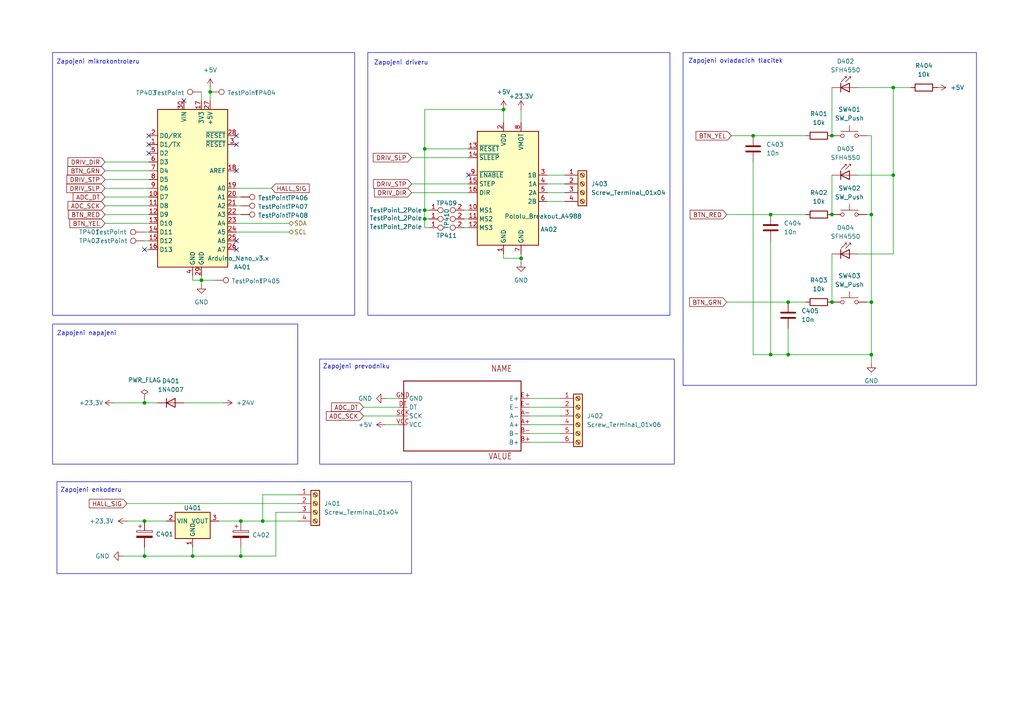
<source format=kicad_sch>
(kicad_sch (version 20231120) (generator "eeschema") (generator_version "8.0")
  (paper "A4")
  (lib_symbols
    (symbol "Connector:Screw_Terminal_01x04" (pin_names (offset 1.016) hide)
      (property "Reference" "J" (at 0 5.08 0))
      (property "Value" "Screw_Terminal_01x04" (at 0 -7.62 0))
      (symbol "Screw_Terminal_01x04_1_1"
        (rectangle (start -1.27 3.81) (end 1.27 -6.35) (stroke (width 0.254)) (fill (type background)))
        (circle (center 0 -5.08) (radius 0.635) (stroke (width 0.1524)))
        (circle (center 0 -2.54) (radius 0.635) (stroke (width 0.1524)))
        (polyline (pts (xy -0.5334 -4.7498) (xy 0.3302 -5.588)) (stroke (width 0.1524)))
        (polyline (pts (xy -0.5334 -2.2098) (xy 0.3302 -3.048)) (stroke (width 0.1524)))
        (polyline (pts (xy -0.5334 0.3302) (xy 0.3302 -0.508)) (stroke (width 0.1524)))
        (polyline (pts (xy -0.5334 2.8702) (xy 0.3302 2.032)) (stroke (width 0.1524)))
        (polyline (pts (xy -0.3556 -4.572) (xy 0.508 -5.4102)) (stroke (width 0.1524)))
        (polyline (pts (xy -0.3556 -2.032) (xy 0.508 -2.8702)) (stroke (width 0.1524)))
        (polyline (pts (xy -0.3556 0.508) (xy 0.508 -0.3302)) (stroke (width 0.1524)))
        (polyline (pts (xy -0.3556 3.048) (xy 0.508 2.2098)) (stroke (width 0.1524)))
        (circle (center 0 0) (radius 0.635) (stroke (width 0.1524)))
        (circle (center 0 2.54) (radius 0.635) (stroke (width 0.1524)))
        (pin passive line (at -5.08 2.54 0) (length 3.81) (name "Pin_1") (number "1"))
        (pin passive line (at -5.08 0 0) (length 3.81) (name "Pin_2") (number "2"))
        (pin passive line (at -5.08 -2.54 0) (length 3.81) (name "Pin_3") (number "3"))
        (pin passive line (at -5.08 -5.08 0) (length 3.81) (name "Pin_4") (number "4"))
      )
    )
    (symbol "Connector:Screw_Terminal_01x06" (pin_names (offset 1.016) hide)
      (property "Reference" "J" (at 0 7.62 0))
      (property "Value" "Screw_Terminal_01x06" (at 0 -10.16 0))
      (symbol "Screw_Terminal_01x06_1_1"
        (rectangle (start -1.27 6.35) (end 1.27 -8.89) (stroke (width 0.254)) (fill (type background)))
        (circle (center 0 -7.62) (radius 0.635) (stroke (width 0.1524)))
        (circle (center 0 -5.08) (radius 0.635) (stroke (width 0.1524)))
        (circle (center 0 -2.54) (radius 0.635) (stroke (width 0.1524)))
        (polyline (pts (xy -0.5334 -7.2898) (xy 0.3302 -8.128)) (stroke (width 0.1524)))
        (polyline (pts (xy -0.5334 -4.7498) (xy 0.3302 -5.588)) (stroke (width 0.1524)))
        (polyline (pts (xy -0.5334 -2.2098) (xy 0.3302 -3.048)) (stroke (width 0.1524)))
        (polyline (pts (xy -0.5334 0.3302) (xy 0.3302 -0.508)) (stroke (width 0.1524)))
        (polyline (pts (xy -0.5334 2.8702) (xy 0.3302 2.032)) (stroke (width 0.1524)))
        (polyline (pts (xy -0.5334 5.4102) (xy 0.3302 4.572)) (stroke (width 0.1524)))
        (polyline (pts (xy -0.3556 -7.112) (xy 0.508 -7.9502)) (stroke (width 0.1524)))
        (polyline (pts (xy -0.3556 -4.572) (xy 0.508 -5.4102)) (stroke (width 0.1524)))
        (polyline (pts (xy -0.3556 -2.032) (xy 0.508 -2.8702)) (stroke (width 0.1524)))
        (polyline (pts (xy -0.3556 0.508) (xy 0.508 -0.3302)) (stroke (width 0.1524)))
        (polyline (pts (xy -0.3556 3.048) (xy 0.508 2.2098)) (stroke (width 0.1524)))
        (polyline (pts (xy -0.3556 5.588) (xy 0.508 4.7498)) (stroke (width 0.1524)))
        (circle (center 0 0) (radius 0.635) (stroke (width 0.1524)))
        (circle (center 0 2.54) (radius 0.635) (stroke (width 0.1524)))
        (circle (center 0 5.08) (radius 0.635) (stroke (width 0.1524)))
        (pin passive line (at -5.08 5.08 0) (length 3.81) (name "Pin_1") (number "1"))
        (pin passive line (at -5.08 2.54 0) (length 3.81) (name "Pin_2") (number "2"))
        (pin passive line (at -5.08 0 0) (length 3.81) (name "Pin_3") (number "3"))
        (pin passive line (at -5.08 -2.54 0) (length 3.81) (name "Pin_4") (number "4"))
        (pin passive line (at -5.08 -5.08 0) (length 3.81) (name "Pin_5") (number "5"))
        (pin passive line (at -5.08 -7.62 0) (length 3.81) (name "Pin_6") (number "6"))
      )
    )
    (symbol "Connector:TestPoint" (pin_numbers hide) (pin_names (offset 0.762) hide)
      (property "Reference" "TP" (at 0 6.858 0))
      (property "Value" "TestPoint" (at 0 5.08 0))
      (symbol "TestPoint_0_1"
        (circle (center 0 3.302) (radius 0.762))
      )
      (symbol "TestPoint_1_1"
        (pin passive line (at 0 0 90) (length 2.54) (name "1") (number "1"))
      )
    )
    (symbol "Connector:TestPoint_2Pole" (pin_names (offset 0.762) hide)
      (property "Reference" "TP" (at 0 1.524 0))
      (property "Value" "TestPoint_2Pole" (at 0 -1.778 0))
      (symbol "TestPoint_2Pole_0_1"
        (circle (center -1.778 0) (radius 0.762))
        (circle (center 1.778 0) (radius 0.762))
        (pin passive line (at -5.08 0 0) (length 2.54) (name "1") (number "1"))
        (pin passive line (at 5.08 0 180) (length 2.54) (name "2") (number "2"))
      )
    )
    (symbol "Device:C" (pin_numbers hide) (pin_names (offset 0.254))
      (property "Reference" "C" (at 0.635 2.54 0))
      (property "Value" "C" (at 0.635 -2.54 0))
      (symbol "C_0_1"
        (polyline (pts (xy -2.032 -0.762) (xy 2.032 -0.762)) (stroke (width 0.508)))
        (polyline (pts (xy -2.032 0.762) (xy 2.032 0.762)) (stroke (width 0.508)))
      )
      (symbol "C_1_1"
        (pin passive line (at 0 3.81 270) (length 2.794) (name "~") (number "1"))
        (pin passive line (at 0 -3.81 90) (length 2.794) (name "~") (number "2"))
      )
    )
    (symbol "Device:C_Polarized" (pin_numbers hide) (pin_names (offset 0.254))
      (property "Reference" "C" (at 0.635 2.54 0))
      (property "Value" "C_Polarized" (at 0.635 -2.54 0))
      (symbol "C_Polarized_0_1"
        (rectangle (start -2.286 0.508) (end 2.286 1.016))
        (polyline (pts (xy -1.778 2.286) (xy -0.762 2.286)))
        (polyline (pts (xy -1.27 2.794) (xy -1.27 1.778)))
        (rectangle (start 2.286 -0.508) (end -2.286 -1.016) (fill (type outline)))
      )
      (symbol "C_Polarized_1_1"
        (pin passive line (at 0 3.81 270) (length 2.794) (name "~") (number "1"))
        (pin passive line (at 0 -3.81 90) (length 2.794) (name "~") (number "2"))
      )
    )
    (symbol "Device:R" (pin_numbers hide) (pin_names (offset 0))
      (property "Reference" "R" (at 2.032 0 90))
      (property "Value" "R" (at 0 0 90))
      (symbol "R_0_1"
        (rectangle (start -1.016 -2.54) (end 1.016 2.54) (stroke (width 0.254)))
      )
      (symbol "R_1_1"
        (pin passive line (at 0 3.81 270) (length 1.27) (name "~") (number "1"))
        (pin passive line (at 0 -3.81 90) (length 1.27) (name "~") (number "2"))
      )
    )
    (symbol "Diode:1N4007" (pin_numbers hide) (pin_names hide)
      (property "Reference" "D" (at 0 2.54 0))
      (property "Value" "1N4007" (at 0 -2.54 0))
      (symbol "1N4007_0_1"
        (polyline (pts (xy -1.27 1.27) (xy -1.27 -1.27)) (stroke (width 0.254)))
        (polyline (pts (xy 1.27 0) (xy -1.27 0)))
        (polyline (pts (xy 1.27 1.27) (xy 1.27 -1.27) (xy -1.27 0) (xy 1.27 1.27)) (stroke (width 0.254)))
      )
      (symbol "1N4007_1_1"
        (pin passive line (at -3.81 0 0) (length 2.54) (name "K") (number "1"))
        (pin passive line (at 3.81 0 180) (length 2.54) (name "A") (number "2"))
      )
    )
    (symbol "Driver_Motor:Pololu_Breakout_A4988"
      (property "Reference" "A" (at -2.54 19.05 0))
      (property "Value" "Pololu_Breakout_A4988" (at -2.54 16.51 0))
      (symbol "Pololu_Breakout_A4988_0_1"
        (rectangle (start 10.16 -17.78) (end -7.62 15.24) (stroke (width 0.254)) (fill (type background)))
      )
      (symbol "Pololu_Breakout_A4988_1_1"
        (pin power_in line (at 0 -20.32 90) (length 2.54) (name "GND") (number "1"))
        (pin input line (at -10.16 -7.62 0) (length 2.54) (name "MS1") (number "10"))
        (pin input line (at -10.16 -10.16 0) (length 2.54) (name "MS2") (number "11"))
        (pin input line (at -10.16 -12.7 0) (length 2.54) (name "MS3") (number "12"))
        (pin input line (at -10.16 10.16 0) (length 2.54) (name "~{RESET}") (number "13"))
        (pin input line (at -10.16 7.62 0) (length 2.54) (name "~{SLEEP}") (number "14"))
        (pin input line (at -10.16 0 0) (length 2.54) (name "STEP") (number "15"))
        (pin input line (at -10.16 -2.54 0) (length 2.54) (name "DIR") (number "16"))
        (pin power_in line (at 0 17.78 270) (length 2.54) (name "VDD") (number "2"))
        (pin output line (at 12.7 2.54 180) (length 2.54) (name "1B") (number "3"))
        (pin output line (at 12.7 0 180) (length 2.54) (name "1A") (number "4"))
        (pin output line (at 12.7 -2.54 180) (length 2.54) (name "2A") (number "5"))
        (pin output line (at 12.7 -5.08 180) (length 2.54) (name "2B") (number "6"))
        (pin power_in line (at 5.08 -20.32 90) (length 2.54) (name "GND") (number "7"))
        (pin power_in line (at 5.08 17.78 270) (length 2.54) (name "VMOT") (number "8"))
        (pin input line (at -10.16 2.54 0) (length 2.54) (name "~{ENABLE}") (number "9"))
      )
    )
    (symbol "HX711:HX711A"
      (symbol "HX711A_1_0"
        (polyline (pts (xy 0 0) (xy 0 20.3)) (stroke (width 0.254)))
        (polyline (pts (xy 0 20.3) (xy 34.05 20.3)) (stroke (width 0.254)))
        (polyline (pts (xy 34.05 0) (xy 0 0)) (stroke (width 0.254)))
        (polyline (pts (xy 34.05 20.3) (xy 34.05 0)) (stroke (width 0.254)))
        (text "NAME" (at 2.54 22.86 0) (effects (font (size 1.778 1.5113)) (justify left bottom)))
        (text "VALUE" (at 2.54 -2.54 0) (effects (font (size 1.778 1.5113)) (justify left bottom)))
        (pin bidirectional line (at -2.54 7.62 0) (length 2.54) (name "A+") (number "A+"))
        (pin bidirectional line (at -2.54 10.16 0) (length 2.54) (name "A-") (number "A-"))
        (pin bidirectional line (at -2.54 2.54 0) (length 2.54) (name "B+") (number "B+"))
        (pin bidirectional line (at -2.54 5.08 0) (length 2.54) (name "B-") (number "B-"))
        (pin bidirectional line (at 35.56 12.7 180) (length 2.54) (name "DT") (number "DT"))
        (pin bidirectional line (at -2.54 15.24 0) (length 2.54) (name "E+") (number "E+"))
        (pin bidirectional line (at -2.54 12.7 0) (length 2.54) (name "E-") (number "E-"))
        (pin bidirectional line (at 35.56 15.24 180) (length 2.54) (name "GND") (number "GND"))
        (pin bidirectional line (at 35.56 10.16 180) (length 2.54) (name "SCK") (number "SCK"))
        (pin bidirectional line (at 35.56 7.62 180) (length 2.54) (name "VCC") (number "VCC"))
      )
    )
    (symbol "LED:SFH4550" (pin_numbers hide) (pin_names (offset 1.016) hide)
      (property "Reference" "D" (at 0.508 1.778 0))
      (property "Value" "SFH4550" (at -1.016 -2.794 0))
      (symbol "SFH4550_0_1"
        (polyline (pts (xy -2.54 1.27) (xy -2.54 -1.27)) (stroke (width 0.254)))
        (polyline (pts (xy 0 0) (xy -2.54 0)))
        (polyline (pts (xy 0.381 3.175) (xy -0.127 3.175)))
        (polyline (pts (xy -1.143 1.651) (xy 0.381 3.175) (xy 0.381 2.667)))
        (polyline (pts (xy 0 -1.27) (xy -2.54 0) (xy 0 1.27) (xy 0 -1.27)) (stroke (width 0.254)))
        (polyline (pts (xy -2.413 1.651) (xy -0.889 3.175) (xy -0.889 2.667) (xy -0.889 3.175) (xy -1.397 3.175)))
      )
      (symbol "SFH4550_1_1"
        (pin passive line (at -5.08 0 0) (length 2.54) (name "K") (number "1"))
        (pin passive line (at 2.54 0 180) (length 2.54) (name "A") (number "2"))
      )
    )
    (symbol "Regulator_Linear:HT75xx-1-SOT89"
      (property "Reference" "U" (at -5.08 -3.81 0))
      (property "Value" "HT75xx-1-SOT89" (at 0 6.35 0))
      (symbol "HT75xx-1-SOT89_0_1"
        (rectangle (start -5.08 5.08) (end 5.08 -2.54) (stroke (width 0.254)) (fill (type background)))
      )
      (symbol "HT75xx-1-SOT89_1_1"
        (pin power_in line (at 0 -5.08 90) (length 2.54) (name "GND") (number "1"))
        (pin power_in line (at -7.62 2.54 0) (length 2.54) (name "VIN") (number "2"))
        (pin power_out line (at 7.62 2.54 180) (length 2.54) (name "VOUT") (number "3"))
      )
    )
    (symbol "Switch:SW_Push" (pin_numbers hide) (pin_names (offset 1.016) hide)
      (property "Reference" "SW" (at 1.27 2.54 0))
      (property "Value" "SW_Push" (at 0 -1.524 0))
      (symbol "SW_Push_0_1"
        (circle (center -2.032 0) (radius 0.508))
        (polyline (pts (xy 0 1.27) (xy 0 3.048)))
        (polyline (pts (xy 2.54 1.27) (xy -2.54 1.27)))
        (circle (center 2.032 0) (radius 0.508))
        (pin passive line (at -5.08 0 0) (length 2.54) (name "1") (number "1"))
        (pin passive line (at 5.08 0 180) (length 2.54) (name "2") (number "2"))
      )
    )
    (symbol "drill_arduinoNanoEdit:arduinoNanoEdit"
      (property "Reference" "A1" (at 4.7341 -25.4 0))
      (property "Value" "arduinoNanoEdit" (at 4.7341 -27.94 0))
      (symbol "arduinoNanoEdit_0_1"
        (rectangle (start -10.16 22.86) (end 10.16 -22.86) (stroke (width 0.254)) (fill (type background)))
      )
      (symbol "arduinoNanoEdit_1_1"
        (pin bidirectional line (at -12.7 12.7 0) (length 2.54) (name "D1/TX") (number "1"))
        (pin bidirectional line (at -12.7 -2.54 0) (length 2.54) (name "D7") (number "10"))
        (pin bidirectional line (at -12.7 -5.08 0) (length 2.54) (name "D8") (number "11"))
        (pin bidirectional line (at -12.7 -7.62 0) (length 2.54) (name "D9") (number "12"))
        (pin bidirectional line (at -12.7 -10.16 0) (length 2.54) (name "D10") (number "13"))
        (pin bidirectional line (at -12.7 -12.7 0) (length 2.54) (name "D11") (number "14"))
        (pin bidirectional line (at -12.7 -15.24 0) (length 2.54) (name "D12") (number "15"))
        (pin bidirectional line (at -12.7 -17.78 0) (length 2.54) (name "D13") (number "16"))
        (pin power_out line (at 2.54 25.4 270) (length 2.54) (name "3V3") (number "17"))
        (pin input line (at 12.7 5.08 180) (length 2.54) (name "AREF") (number "18"))
        (pin bidirectional line (at 12.7 0 180) (length 2.54) (name "A0") (number "19"))
        (pin bidirectional line (at -12.7 15.24 0) (length 2.54) (name "D0/RX") (number "2"))
        (pin bidirectional line (at 12.7 -2.54 180) (length 2.54) (name "A1") (number "20"))
        (pin bidirectional line (at 12.7 -5.08 180) (length 2.54) (name "A2") (number "21"))
        (pin bidirectional line (at 12.7 -7.62 180) (length 2.54) (name "A3") (number "22"))
        (pin bidirectional line (at 12.7 -10.16 180) (length 2.54) (name "A4") (number "23"))
        (pin bidirectional line (at 12.7 -12.7 180) (length 2.54) (name "A5") (number "24"))
        (pin bidirectional line (at 12.7 -15.24 180) (length 2.54) (name "A6") (number "25"))
        (pin bidirectional line (at 12.7 -17.78 180) (length 2.54) (name "A7") (number "26"))
        (pin power_in line (at 5.08 25.4 270) (length 2.54) (name "+5V") (number "27"))
        (pin input line (at 12.7 15.24 180) (length 2.54) (name "~{RESET}") (number "28"))
        (pin power_in line (at 2.54 -25.4 90) (length 2.54) (name "GND") (number "29"))
        (pin input line (at 12.7 12.7 180) (length 2.54) (name "~{RESET}") (number "3"))
        (pin power_in line (at -2.54 25.4 270) (length 2.54) (name "VIN") (number "30"))
        (pin power_in line (at 0 -25.4 90) (length 2.54) (name "GND") (number "4"))
        (pin bidirectional line (at -12.7 10.16 0) (length 2.54) (name "D2") (number "5"))
        (pin bidirectional line (at -12.7 7.62 0) (length 2.54) (name "D3") (number "6"))
        (pin bidirectional line (at -12.7 5.08 0) (length 2.54) (name "D4") (number "7"))
        (pin bidirectional line (at -12.7 2.54 0) (length 2.54) (name "D5") (number "8"))
        (pin bidirectional line (at -12.7 0 0) (length 2.54) (name "D6") (number "9"))
      )
    )
    (symbol "power:+3.3V" (power) (pin_numbers hide) (pin_names (offset 0) hide)
      (property "Value" "+3.3V" (at 0 3.556 0))
      (symbol "+3.3V_0_1"
        (polyline (pts (xy -0.762 1.27) (xy 0 2.54)))
        (polyline (pts (xy 0 0) (xy 0 2.54)))
        (polyline (pts (xy 0 2.54) (xy 0.762 1.27)))
      )
      (symbol "+3.3V_1_1"
        (pin power_in line (at 0 0 90) (length 0) (name "~") (number "1"))
      )
    )
    (symbol "power:+5V" (power) (pin_numbers hide) (pin_names (offset 0) hide)
      (property "Value" "+5V" (at 0 3.556 0))
      (symbol "+5V_0_1"
        (polyline (pts (xy -0.762 1.27) (xy 0 2.54)))
        (polyline (pts (xy 0 0) (xy 0 2.54)))
        (polyline (pts (xy 0 2.54) (xy 0.762 1.27)))
      )
      (symbol "+5V_1_1"
        (pin power_in line (at 0 0 90) (length 0) (name "~") (number "1"))
      )
    )
    (symbol "power:GND" (power) (pin_numbers hide) (pin_names (offset 0) hide)
      (property "Value" "GND" (at 0 -3.81 0))
      (symbol "GND_0_1"
        (polyline (pts (xy 0 0) (xy 0 -1.27) (xy 1.27 -1.27) (xy 0 -2.54) (xy -1.27 -1.27) (xy 0 -1.27)))
      )
      (symbol "GND_1_1"
        (pin power_in line (at 0 0 270) (length 0) (name "~") (number "1"))
      )
    )
    (symbol "power:PWR_FLAG" (power) (pin_numbers hide) (pin_names (offset 0) hide)
      (property "Value" "PWR_FLAG" (at 0 3.81 0))
      (symbol "PWR_FLAG_0_0"
        (pin power_out line (at 0 0 90) (length 0) (name "~") (number "1"))
      )
      (symbol "PWR_FLAG_0_1"
        (polyline (pts (xy 0 0) (xy 0 1.27) (xy -1.016 1.905) (xy 0 2.54) (xy 1.016 1.905) (xy 0 1.27)))
      )
    )
  )
  (junction (at 223.52 62.23))
  (junction (at 218.44 39.37))
  (junction (at 55.88 161.29))
  (junction (at 58.42 81.28))
  (junction (at 69.85 151.13))
  (junction (at 223.52 102.87))
  (junction (at 252.73 87.63))
  (junction (at 123.19 43.18))
  (junction (at 41.91 116.84))
  (junction (at 252.73 62.23))
  (junction (at 259.08 25.4))
  (junction (at 241.3 62.23))
  (junction (at 228.6 102.87))
  (junction (at 146.05 31.75))
  (junction (at 259.08 50.8))
  (junction (at 41.91 151.13))
  (junction (at 69.85 161.29))
  (junction (at 151.13 74.93))
  (junction (at 60.96 26.67))
  (junction (at 228.6 87.63))
  (junction (at 241.3 39.37))
  (junction (at 41.91 161.29))
  (junction (at 76.2 151.13))
  (junction (at 123.19 60.96))
  (junction (at 123.19 63.5))
  (junction (at 241.3 87.63))
  (junction (at 252.73 102.87))
  (no_connect (at 43.18 44.45))
  (no_connect (at 68.58 49.53))
  (no_connect (at 68.58 39.37))
  (no_connect (at 41.91 72.39))
  (no_connect (at 135.89 50.8))
  (no_connect (at 43.18 41.91))
  (no_connect (at 68.58 41.91))
  (no_connect (at 68.58 72.39))
  (no_connect (at 68.58 69.85))
  (no_connect (at 43.18 39.37))
  (no_connect (at 53.34 29.21))
  (wire (pts (xy 218.44 46.99) (xy 218.44 102.87)))
  (wire (pts (xy 30.48 54.61) (xy 43.18 54.61)))
  (wire (pts (xy 228.6 102.87) (xy 223.52 102.87)))
  (wire (pts (xy 123.19 60.96) (xy 123.19 63.5)))
  (wire (pts (xy 69.85 161.29) (xy 55.88 161.29)))
  (wire (pts (xy 123.19 43.18) (xy 123.19 60.96)))
  (wire (pts (xy 162.56 125.73) (xy 153.67 125.73)))
  (wire (pts (xy 241.3 62.23) (xy 241.3 50.8)))
  (wire (pts (xy 55.88 80.01) (xy 55.88 81.28)))
  (wire (pts (xy 41.91 158.75) (xy 41.91 161.29)))
  (wire (pts (xy 119.38 55.88) (xy 135.89 55.88)))
  (wire (pts (xy 30.48 52.07) (xy 43.18 52.07)))
  (wire (pts (xy 162.56 118.11) (xy 153.67 118.11)))
  (wire (pts (xy 30.48 46.99) (xy 43.18 46.99)))
  (wire (pts (xy 124.46 60.96) (xy 123.19 60.96)))
  (wire (pts (xy 41.91 151.13) (xy 48.26 151.13)))
  (wire (pts (xy 68.58 57.15) (xy 69.85 57.15)))
  (wire (pts (xy 151.13 31.75) (xy 151.13 35.56)))
  (wire (pts (xy 162.56 115.57) (xy 153.67 115.57)))
  (wire (pts (xy 123.19 31.75) (xy 146.05 31.75)))
  (wire (pts (xy 30.48 49.53) (xy 43.18 49.53)))
  (wire (pts (xy 223.52 62.23) (xy 233.68 62.23)))
  (wire (pts (xy 228.6 95.25) (xy 228.6 102.87)))
  (wire (pts (xy 259.08 25.4) (xy 259.08 50.8)))
  (wire (pts (xy 162.56 123.19) (xy 153.67 123.19)))
  (wire (pts (xy 115.57 123.19) (xy 111.76 123.19)))
  (wire (pts (xy 119.38 53.34) (xy 135.89 53.34)))
  (wire (pts (xy 41.91 69.85) (xy 43.18 69.85)))
  (wire (pts (xy 252.73 87.63) (xy 252.73 102.87)))
  (wire (pts (xy 69.85 151.13) (xy 76.2 151.13)))
  (wire (pts (xy 36.83 151.13) (xy 41.91 151.13)))
  (wire (pts (xy 68.58 67.31) (xy 83.82 67.31)))
  (wire (pts (xy 123.19 31.75) (xy 123.19 43.18)))
  (wire (pts (xy 233.68 87.63) (xy 228.6 87.63)))
  (wire (pts (xy 259.08 25.4) (xy 264.16 25.4)))
  (wire (pts (xy 53.34 116.84) (xy 64.77 116.84)))
  (wire (pts (xy 58.42 26.67) (xy 58.42 29.21)))
  (wire (pts (xy 105.41 120.65) (xy 115.57 120.65)))
  (wire (pts (xy 259.08 50.8) (xy 259.08 73.66)))
  (wire (pts (xy 76.2 143.51) (xy 76.2 151.13)))
  (wire (pts (xy 252.73 87.63) (xy 251.46 87.63)))
  (wire (pts (xy 68.58 59.69) (xy 69.85 59.69)))
  (wire (pts (xy 119.38 45.72) (xy 135.89 45.72)))
  (wire (pts (xy 33.02 116.84) (xy 41.91 116.84)))
  (wire (pts (xy 111.76 115.57) (xy 115.57 115.57)))
  (wire (pts (xy 86.36 143.51) (xy 76.2 143.51)))
  (wire (pts (xy 146.05 31.75) (xy 146.05 35.56)))
  (wire (pts (xy 69.85 158.75) (xy 69.85 161.29)))
  (wire (pts (xy 123.19 43.18) (xy 135.89 43.18)))
  (wire (pts (xy 63.5 151.13) (xy 69.85 151.13)))
  (wire (pts (xy 158.75 53.34) (xy 163.83 53.34)))
  (wire (pts (xy 151.13 73.66) (xy 151.13 74.93)))
  (wire (pts (xy 252.73 62.23) (xy 251.46 62.23)))
  (wire (pts (xy 248.92 25.4) (xy 259.08 25.4)))
  (wire (pts (xy 69.85 161.29) (xy 80.01 161.29)))
  (wire (pts (xy 86.36 148.59) (xy 80.01 148.59)))
  (wire (pts (xy 105.41 118.11) (xy 115.57 118.11)))
  (wire (pts (xy 210.82 62.23) (xy 223.52 62.23)))
  (wire (pts (xy 60.96 25.4) (xy 60.96 26.67)))
  (wire (pts (xy 58.42 81.28) (xy 58.42 80.01)))
  (wire (pts (xy 248.92 50.8) (xy 259.08 50.8)))
  (wire (pts (xy 162.56 128.27) (xy 153.67 128.27)))
  (wire (pts (xy 241.3 25.4) (xy 241.3 39.37)))
  (wire (pts (xy 218.44 39.37) (xy 233.68 39.37)))
  (wire (pts (xy 210.82 87.63) (xy 228.6 87.63)))
  (wire (pts (xy 212.09 39.37) (xy 218.44 39.37)))
  (wire (pts (xy 123.19 63.5) (xy 124.46 63.5)))
  (wire (pts (xy 241.3 87.63) (xy 241.3 73.66)))
  (wire (pts (xy 162.56 120.65) (xy 153.67 120.65)))
  (wire (pts (xy 55.88 161.29) (xy 55.88 158.75)))
  (wire (pts (xy 151.13 74.93) (xy 151.13 76.2)))
  (wire (pts (xy 124.46 66.04) (xy 123.19 66.04)))
  (wire (pts (xy 86.36 151.13) (xy 76.2 151.13)))
  (wire (pts (xy 158.75 55.88) (xy 163.83 55.88)))
  (wire (pts (xy 41.91 116.84) (xy 45.72 116.84)))
  (wire (pts (xy 248.92 73.66) (xy 259.08 73.66)))
  (wire (pts (xy 252.73 102.87) (xy 252.73 105.41)))
  (wire (pts (xy 135.89 66.04) (xy 134.62 66.04)))
  (wire (pts (xy 134.62 63.5) (xy 135.89 63.5)))
  (wire (pts (xy 252.73 39.37) (xy 251.46 39.37)))
  (wire (pts (xy 60.96 26.67) (xy 60.96 29.21)))
  (wire (pts (xy 158.75 50.8) (xy 163.83 50.8)))
  (wire (pts (xy 252.73 39.37) (xy 252.73 62.23)))
  (wire (pts (xy 223.52 102.87) (xy 218.44 102.87)))
  (wire (pts (xy 30.48 59.69) (xy 43.18 59.69)))
  (wire (pts (xy 146.05 73.66) (xy 146.05 74.93)))
  (wire (pts (xy 30.48 64.77) (xy 43.18 64.77)))
  (wire (pts (xy 86.36 146.05) (xy 36.83 146.05)))
  (wire (pts (xy 252.73 62.23) (xy 252.73 87.63)))
  (wire (pts (xy 223.52 69.85) (xy 223.52 102.87)))
  (wire (pts (xy 252.73 102.87) (xy 228.6 102.87)))
  (wire (pts (xy 80.01 161.29) (xy 80.01 148.59)))
  (wire (pts (xy 123.19 66.04) (xy 123.19 63.5)))
  (wire (pts (xy 158.75 58.42) (xy 163.83 58.42)))
  (wire (pts (xy 41.91 161.29) (xy 55.88 161.29)))
  (wire (pts (xy 41.91 72.39) (xy 43.18 72.39)))
  (wire (pts (xy 30.48 57.15) (xy 43.18 57.15)))
  (wire (pts (xy 68.58 62.23) (xy 69.85 62.23)))
  (wire (pts (xy 78.74 54.61) (xy 68.58 54.61)))
  (wire (pts (xy 41.91 67.31) (xy 43.18 67.31)))
  (wire (pts (xy 135.89 60.96) (xy 134.62 60.96)))
  (wire (pts (xy 55.88 81.28) (xy 58.42 81.28)))
  (wire (pts (xy 41.91 115.57) (xy 41.91 116.84)))
  (wire (pts (xy 83.82 64.77) (xy 68.58 64.77)))
  (wire (pts (xy 58.42 81.28) (xy 62.23 81.28)))
  (wire (pts (xy 35.56 161.29) (xy 41.91 161.29)))
  (wire (pts (xy 146.05 74.93) (xy 151.13 74.93)))
  (wire (pts (xy 58.42 81.28) (xy 58.42 82.55)))
  (wire (pts (xy 30.48 62.23) (xy 43.18 62.23)))
  (rectangle (start 15.24 93.98) (end 86.36 134.62))
  (rectangle (start 106.68 15.24) (end 194.31 91.44))
  (rectangle (start 198.12 15.24) (end 283.21 111.76))
  (rectangle (start 16.51 139.7) (end 119.38 166.37))
  (rectangle (start 15.24 15.24) (end 102.87 91.44))
  (rectangle (start 92.71 104.14) (end 195.58 134.62))
  (text "Zapojeni driveru" (at 116.332 18.288 0) (effects (font (size 1.27 1.27))))
  (text "Zapojeni enkoderu\n" (at 26.416 142.24 0) (effects (font (size 1.27 1.27))))
  (text "Zapojeni mikrokontroleru" (at 28.448 18.034 0) (effects (font (size 1.27 1.27))))
  (text "Zapojeni ovladacich tlacitek" (at 213.36 17.78 0) (effects (font (size 1.27 1.27))))
  (text "Zapojeni prevodniku\n" (at 103.378 106.426 0) (effects (font (size 1.27 1.27))))
  (text "Zapojeni napajeni" (at 25.146 96.774 0) (effects (font (size 1.27 1.27))))
  (global_label "BTN_YEL" (shape input) (at 212.09 39.37 180) (property "Intersheetrefs" "${INTERSHEET_REFS}" (effects (hide yes))))
  (global_label "BTN_RED" (shape input) (at 210.82 62.23 180) (property "Intersheetrefs" "${INTERSHEET_REFS}" (effects (hide yes))))
  (global_label "BTN_YEL" (shape input) (at 30.48 64.77 180) (property "Intersheetrefs" "${INTERSHEET_REFS}" (effects (hide yes))))
  (global_label "DRIV_SLP" (shape input) (at 119.38 45.72 180) (property "Intersheetrefs" "${INTERSHEET_REFS}" (effects (hide yes))))
  (global_label "DRIV_SLP" (shape input) (at 30.48 54.61 180) (property "Intersheetrefs" "${INTERSHEET_REFS}" (effects (hide yes))))
  (global_label "HALL_SIG" (shape input) (at 78.74 54.61 0) (property "Intersheetrefs" "${INTERSHEET_REFS}" (effects (hide yes))))
  (global_label "ADC_DT" (shape input) (at 105.41 118.11 180) (property "Intersheetrefs" "${INTERSHEET_REFS}" (effects (hide yes))))
  (global_label "DRIV_DIR" (shape input) (at 30.48 46.99 180) (property "Intersheetrefs" "${INTERSHEET_REFS}" (effects (hide yes))))
  (global_label "BTN_RED" (shape input) (at 30.48 62.23 180) (property "Intersheetrefs" "${INTERSHEET_REFS}" (effects (hide yes))))
  (global_label "BTN_GRN" (shape input) (at 210.82 87.63 180) (property "Intersheetrefs" "${INTERSHEET_REFS}" (effects (hide yes))))
  (global_label "DRIV_STP" (shape input) (at 119.38 53.34 180) (property "Intersheetrefs" "${INTERSHEET_REFS}" (effects (hide yes))))
  (global_label "ADC_DT" (shape input) (at 30.48 57.15 180) (property "Intersheetrefs" "${INTERSHEET_REFS}" (effects (hide yes))))
  (global_label "ADC_SCK" (shape input) (at 30.48 59.69 180) (property "Intersheetrefs" "${INTERSHEET_REFS}" (effects (hide yes))))
  (global_label "DRIV_STP" (shape input) (at 30.48 52.07 180) (property "Intersheetrefs" "${INTERSHEET_REFS}" (effects (hide yes))))
  (global_label "ADC_SCK" (shape input) (at 105.41 120.65 180) (property "Intersheetrefs" "${INTERSHEET_REFS}" (effects (hide yes))))
  (global_label "HALL_SIG" (shape input) (at 36.83 146.05 180) (property "Intersheetrefs" "${INTERSHEET_REFS}" (effects (hide yes))))
  (global_label "DRIV_DIR" (shape input) (at 119.38 55.88 180) (property "Intersheetrefs" "${INTERSHEET_REFS}" (effects (hide yes))))
  (global_label "BTN_GRN" (shape input) (at 30.48 49.53 180) (property "Intersheetrefs" "${INTERSHEET_REFS}" (effects (hide yes))))
  (hierarchical_label "SCL" (shape bidirectional) (at 83.82 67.31 0))
  (hierarchical_label "SDA" (shape bidirectional) (at 83.82 64.77 0))
  (symbol (lib_id "Device:R") (at 237.49 39.37 90) (unit 1)
    (property "Reference" "R401" (at 237.49 33.02 90))
    (property "Value" "10k" (at 237.49 35.56 90))
    (property "Footprint" "Resistor_THT:R_Axial_DIN0207_L6.3mm_D2.5mm_P10.16mm_Horizontal" (effects (hide yes)))
    (property "Description" "Resistor" (effects (hide yes)))
  )
  (symbol (lib_id "power:GND") (at 252.73 105.41 0) (unit 1)
    (property "Reference" "#PWR0412" (effects (hide yes)))
    (property "Value" "GND" (at 252.73 110.49 0))
    (property "Description" "Power symbol creates a global label with name \"GND\" , ground" (effects (hide yes)))
  )
  (symbol (lib_id "drill_arduinoNanoEdit:arduinoNanoEdit") (at 55.88 54.61 0) (unit 1)
    (property "Reference" "A401" (at 67.818 77.47 0) (effects (justify left)))
    (property "Value" "Arduino_Nano_v3.x" (at 60.198 74.93 0) (effects (justify left)))
    (property "Footprint" "Module:Arduino_Nano" (effects (hide yes)))
    (property "Datasheet" "http://www.mouser.com/pdfdocs/Gravitech_Arduino_Nano3_0.pdf" (effects (hide yes)))
    (property "Description" "Arduino Nano v3.x" (effects (hide yes)))
  )
  (symbol (lib_id "Device:C") (at 223.52 66.04 180) (unit 1)
    (property "Reference" "C404" (at 227.33 64.7699 0) (effects (justify right)))
    (property "Value" "10n" (at 227.33 67.3099 0) (effects (justify right)))
    (property "Footprint" "Capacitor_THT:C_Disc_D4.7mm_W2.5mm_P5.00mm" (effects (hide yes)))
    (property "Description" "Unpolarized capacitor" (effects (hide yes)))
  )
  (symbol (lib_id "Connector:TestPoint") (at 60.96 26.67 270) (mirror x) (unit 1)
    (property "Reference" "TP404" (at 76.962 26.924 90))
    (property "Value" "TestPoint" (at 70.358 26.924 90))
    (property "Footprint" "TestPoint:TestPoint_Pad_1.5x1.5mm" (effects (hide yes)))
    (property "Description" "test point" (effects (hide yes)))
  )
  (symbol (lib_id "Connector:TestPoint_2Pole") (at 129.54 63.5 0) (unit 1)
    (property "Reference" "TP410" (at 129.54 63.5 90))
    (property "Value" "TestPoint_2Pole" (at 114.808 63.246 0))
    (property "Footprint" "Capacitor_SMD:C_0504_1310Metric_Pad0.83x1.28mm_HandSolder" (effects (hide yes)))
    (property "Description" "2-polar test point" (effects (hide yes)))
  )
  (symbol (lib_id "LED:SFH4550") (at 246.38 25.4 0) (unit 1)
    (property "Reference" "D402" (at 245.237 17.78 0))
    (property "Value" "SFH4550" (at 245.237 20.32 0))
    (property "Footprint" "LED_THT:LED_D5.0mm_IRGrey" (effects (hide yes)))
    (property "Datasheet" "http://www.osram-os.com/Graphics/XPic3/00116140_0.pdf" (effects (hide yes)))
    (property "Description" "950nm High-Power IR-LED, 5mm" (effects (hide yes)))
  )
  (symbol (lib_id "power:+5V") (at 36.83 151.13 90) (unit 1)
    (property "Reference" "#PWR0403" (effects (hide yes)))
    (property "Value" "+23,3V" (at 33.02 151.1299 90) (effects (justify left)))
    (property "Description" "Power symbol creates a global label with name \"+5V\"" (effects (hide yes)))
  )
  (symbol (lib_id "power:+5V") (at 111.76 123.19 90) (unit 1)
    (property "Reference" "#PWR0408" (effects (hide yes)))
    (property "Value" "+5V" (at 107.95 123.1899 90) (effects (justify left)))
    (property "Description" "Power symbol creates a global label with name \"+5V\"" (effects (hide yes)))
  )
  (symbol (lib_id "Connector:TestPoint") (at 41.91 67.31 90) (unit 1)
    (property "Reference" "TP401" (at 25.908 67.31 90))
    (property "Value" "TestPoint" (at 32.258 67.31 90))
    (property "Footprint" "TestPoint:TestPoint_Pad_1.5x1.5mm" (effects (hide yes)))
    (property "Description" "test point" (effects (hide yes)))
  )
  (symbol (lib_id "Switch:SW_Push") (at 246.38 39.37 0) (unit 1)
    (property "Reference" "SW401" (at 246.38 31.75 0))
    (property "Value" "SW_Push" (at 246.38 34.29 0))
    (property "Footprint" "Button_Switch_THT:SW_PUSH_6mm" (effects (hide yes)))
    (property "Description" "Push button switch, generic, two pins" (effects (hide yes)))
  )
  (symbol (lib_id "power:+5V") (at 151.13 31.75 0) (unit 1)
    (property "Reference" "#PWR0410" (effects (hide yes)))
    (property "Value" "+23,3V" (at 151.13 27.94 0))
    (property "Description" "Power symbol creates a global label with name \"+5V\"" (effects (hide yes)))
  )
  (symbol (lib_id "Device:C") (at 228.6 91.44 180) (unit 1)
    (property "Reference" "C405" (at 232.41 90.1699 0) (effects (justify right)))
    (property "Value" "10n" (at 232.41 92.7099 0) (effects (justify right)))
    (property "Footprint" "Capacitor_THT:C_Disc_D4.7mm_W2.5mm_P5.00mm" (effects (hide yes)))
    (property "Description" "Unpolarized capacitor" (effects (hide yes)))
  )
  (symbol (lib_id "Driver_Motor:Pololu_Breakout_A4988") (at 146.05 53.34 0) (unit 1)
    (property "Reference" "A402" (at 156.718 66.548 0) (effects (justify left)))
    (property "Value" "Pololu_Breakout_A4988" (at 146.304 62.738 0) (effects (justify left)))
    (property "Footprint" "Module:Pololu_Breakout-16_15.2x20.3mm" (effects (hide yes)))
    (property "Datasheet" "https://www.pololu.com/product/2980/pictures" (effects (hide yes)))
    (property "Description" "Pololu Breakout Board, Stepper Driver A4988" (effects (hide yes)))
  )
  (symbol (lib_id "Diode:1N4007") (at 49.53 116.84 0) (unit 1)
    (property "Reference" "D401" (at 49.53 110.49 0))
    (property "Value" "1N4007" (at 49.53 113.03 0))
    (property "Footprint" "Diode_THT:D_DO-41_SOD81_P10.16mm_Horizontal" (effects (hide yes)))
    (property "Datasheet" "http://www.vishay.com/docs/88503/1n4001.pdf" (effects (hide yes)))
    (property "Description" "1000V 1A General Purpose Rectifier Diode, DO-41" (effects (hide yes)))
    (property "Sim.Device" "D" (effects (hide yes)))
    (property "Sim.Pins" "1=K 2=A" (effects (hide yes)))
  )
  (symbol (lib_id "power:+5V") (at 60.96 25.4 0) (unit 1)
    (property "Reference" "#PWR0405" (effects (hide yes)))
    (property "Value" "+5V" (at 60.96 20.32 0))
    (property "Description" "Power symbol creates a global label with name \"+5V\"" (effects (hide yes)))
  )
  (symbol (lib_id "Switch:SW_Push") (at 246.38 62.23 0) (unit 1)
    (property "Reference" "SW402" (at 246.38 54.61 0))
    (property "Value" "SW_Push" (at 246.38 57.15 0))
    (property "Footprint" "Button_Switch_THT:SW_PUSH_6mm" (effects (hide yes)))
    (property "Description" "Push button switch, generic, two pins" (effects (hide yes)))
  )
  (symbol (lib_id "Switch:SW_Push") (at 246.38 87.63 0) (unit 1)
    (property "Reference" "SW403" (at 246.38 80.01 0))
    (property "Value" "SW_Push" (at 246.38 82.55 0))
    (property "Footprint" "Button_Switch_THT:SW_PUSH_6mm" (effects (hide yes)))
    (property "Description" "Push button switch, generic, two pins" (effects (hide yes)))
  )
  (symbol (lib_id "power:+5V") (at 33.02 116.84 90) (unit 1)
    (property "Reference" "#PWR0401" (effects (hide yes)))
    (property "Value" "+23,3V" (at 26.416 116.84 90))
    (property "Description" "Power symbol creates a global label with name \"+5V\"" (effects (hide yes)))
  )
  (symbol (lib_id "Connector:TestPoint") (at 41.91 69.85 90) (unit 1)
    (property "Reference" "TP402" (at 25.908 69.85 90))
    (property "Value" "TestPoint" (at 32.512 69.85 90))
    (property "Footprint" "TestPoint:TestPoint_Pad_1.5x1.5mm" (effects (hide yes)))
    (property "Description" "test point" (effects (hide yes)))
  )
  (symbol (lib_id "HX711:HX711A") (at 151.13 130.81 0) (mirror y) (unit 1)
    (property "Reference" "1111401" (effects (hide yes)))
    (property "Footprint" "hx711footp:HX711" (effects (hide yes)))
  )
  (symbol (lib_id "power:GND") (at 151.13 76.2 0) (unit 1)
    (property "Reference" "#PWR0411" (effects (hide yes)))
    (property "Value" "GND" (at 151.13 81.28 0))
    (property "Description" "Power symbol creates a global label with name \"GND\" , ground" (effects (hide yes)))
  )
  (symbol (lib_id "power:+3.3V") (at 146.05 31.75 0) (unit 1)
    (property "Reference" "#PWR0409" (effects (hide yes)))
    (property "Value" "+5V" (at 146.05 26.67 0))
    (property "Description" "Power symbol creates a global label with name \"+3.3V\"" (effects (hide yes)))
  )
  (symbol (lib_id "power:GND") (at 35.56 161.29 270) (unit 1)
    (property "Reference" "#PWR0402" (effects (hide yes)))
    (property "Value" "GND" (at 31.75 161.2899 90) (effects (justify right)))
    (property "Description" "Power symbol creates a global label with name \"GND\" , ground" (effects (hide yes)))
  )
  (symbol (lib_id "LED:SFH4550") (at 246.38 50.8 0) (unit 1)
    (property "Reference" "D403" (at 245.237 43.18 0))
    (property "Value" "SFH4550" (at 245.237 45.72 0))
    (property "Footprint" "LED_THT:LED_D5.0mm_IRGrey" (effects (hide yes)))
    (property "Datasheet" "http://www.osram-os.com/Graphics/XPic3/00116140_0.pdf" (effects (hide yes)))
    (property "Description" "950nm High-Power IR-LED, 5mm" (effects (hide yes)))
  )
  (symbol (lib_id "power:GND") (at 58.42 82.55 0) (unit 1)
    (property "Reference" "#PWR0404" (effects (hide yes)))
    (property "Value" "GND" (at 58.42 87.63 0))
    (property "Description" "Power symbol creates a global label with name \"GND\" , ground" (effects (hide yes)))
  )
  (symbol (lib_id "LED:SFH4550") (at 246.38 73.66 0) (unit 1)
    (property "Reference" "D404" (at 245.237 66.04 0))
    (property "Value" "SFH4550" (at 245.237 68.58 0))
    (property "Footprint" "LED_THT:LED_D5.0mm_IRGrey" (effects (hide yes)))
    (property "Datasheet" "http://www.osram-os.com/Graphics/XPic3/00116140_0.pdf" (effects (hide yes)))
    (property "Description" "950nm High-Power IR-LED, 5mm" (effects (hide yes)))
  )
  (symbol (lib_id "power:+5V") (at 64.77 116.84 270) (unit 1)
    (property "Reference" "#PWR0406" (effects (hide yes)))
    (property "Value" "+24V" (at 71.12 116.84 90))
    (property "Description" "Power symbol creates a global label with name \"+5V\"" (effects (hide yes)))
  )
  (symbol (lib_id "Connector:Screw_Terminal_01x06") (at 167.64 120.65 0) (unit 1)
    (property "Reference" "J402" (at 170.18 120.6499 0) (effects (justify left)))
    (property "Value" "Screw_Terminal_01x06" (at 170.18 123.1899 0) (effects (justify left)))
    (property "Footprint" "TerminalBlock_TE-Connectivity:TerminalBlock_TE_282834-6_1x06_P2.54mm_Horizontal" (effects (hide yes)))
    (property "Description" "Generic screw terminal, single row, 01x06, script generated (kicad-library-utils/schlib/autogen/connector/)" (effects (hide yes)))
  )
  (symbol (lib_id "Device:C_Polarized") (at 69.85 154.94 0) (unit 1)
    (property "Reference" "C402" (at 73.152 155.194 0) (effects (justify left)))
    (property "Value" "C_Polarized" (effects (hide yes)))
    (property "Footprint" "Capacitor_THT:CP_Radial_D5.0mm_P2.50mm" (effects (hide yes)))
    (property "Description" "Polarized capacitor" (effects (hide yes)))
  )
  (symbol (lib_id "Connector:Screw_Terminal_01x04") (at 168.91 53.34 0) (unit 1)
    (property "Reference" "J403" (at 171.45 53.3399 0) (effects (justify left)))
    (property "Value" "Screw_Terminal_01x04" (at 171.45 55.8799 0) (effects (justify left)))
    (property "Footprint" "TerminalBlock_TE-Connectivity:TerminalBlock_TE_282834-4_1x04_P2.54mm_Horizontal" (effects (hide yes)))
    (property "Description" "Generic screw terminal, single row, 01x04, script generated (kicad-library-utils/schlib/autogen/connector/)" (effects (hide yes)))
  )
  (symbol (lib_id "Connector:TestPoint") (at 58.42 26.67 90) (unit 1)
    (property "Reference" "TP403" (at 42.418 26.924 90))
    (property "Value" "TestPoint" (at 49.022 26.924 90))
    (property "Footprint" "TestPoint:TestPoint_Pad_1.5x1.5mm" (effects (hide yes)))
    (property "Description" "test point" (effects (hide yes)))
  )
  (symbol (lib_id "power:PWR_FLAG") (at 41.91 115.57 0) (unit 1)
    (property "Reference" "#FLG0401" (effects (hide yes)))
    (property "Value" "PWR_FLAG" (at 41.91 110.236 0))
    (property "Description" "Special symbol for telling ERC where power comes from" (effects (hide yes)))
  )
  (symbol (lib_id "Regulator_Linear:HT75xx-1-SOT89") (at 55.88 153.67 0) (unit 1)
    (property "Reference" "U401" (at 55.88 147.32 0))
    (property "Value" "HT75xx-1-SOT89" (effects (hide yes)))
    (property "Footprint" "Package_TO_SOT_THT:TO-92L_Inline" (effects (hide yes)))
    (property "Datasheet" "https://www.holtek.com/documents/10179/116711/HT75xx-1v250.pdf" (effects (hide yes)))
    (property "Description" "100mA Low Dropout Voltage Regulator, Fixed Output, SOT89" (effects (hide yes)))
  )
  (symbol (lib_id "Connector:TestPoint") (at 69.85 57.15 270) (mirror x) (unit 1)
    (property "Reference" "TP406" (at 86.36 57.404 90))
    (property "Value" "TestPoint" (at 79.248 57.404 90))
    (property "Footprint" "TestPoint:TestPoint_Pad_1.5x1.5mm" (effects (hide yes)))
    (property "Description" "test point" (effects (hide yes)))
  )
  (symbol (lib_id "Device:R") (at 237.49 62.23 90) (unit 1)
    (property "Reference" "R402" (at 237.49 55.88 90))
    (property "Value" "10k" (at 237.49 58.42 90))
    (property "Footprint" "Resistor_THT:R_Axial_DIN0207_L6.3mm_D2.5mm_P10.16mm_Horizontal" (effects (hide yes)))
    (property "Description" "Resistor" (effects (hide yes)))
  )
  (symbol (lib_id "Connector:TestPoint_2Pole") (at 129.54 66.04 0) (unit 1)
    (property "Reference" "TP411" (at 129.54 68.326 0))
    (property "Value" "TestPoint_2Pole" (at 114.808 65.786 0))
    (property "Footprint" "Capacitor_SMD:C_0504_1310Metric_Pad0.83x1.28mm_HandSolder" (effects (hide yes)))
    (property "Description" "2-polar test point" (effects (hide yes)))
  )
  (symbol (lib_id "power:GND") (at 111.76 115.57 270) (unit 1)
    (property "Reference" "#PWR0407" (effects (hide yes)))
    (property "Value" "GND" (at 107.95 115.5699 90) (effects (justify right)))
    (property "Description" "Power symbol creates a global label with name \"GND\" , ground" (effects (hide yes)))
  )
  (symbol (lib_id "Device:C_Polarized") (at 41.91 154.94 0) (unit 1)
    (property "Reference" "C401" (at 45.212 154.94 0) (effects (justify left)))
    (property "Value" "C_Polarized" (effects (hide yes)))
    (property "Footprint" "Capacitor_THT:CP_Radial_D5.0mm_P2.50mm" (effects (hide yes)))
    (property "Description" "Polarized capacitor" (effects (hide yes)))
  )
  (symbol (lib_id "Device:C") (at 218.44 43.18 180) (unit 1)
    (property "Reference" "C403" (at 222.25 41.9099 0) (effects (justify right)))
    (property "Value" "10n" (at 222.25 44.4499 0) (effects (justify right)))
    (property "Footprint" "Capacitor_THT:C_Disc_D4.7mm_W2.5mm_P5.00mm" (effects (hide yes)))
    (property "Description" "Unpolarized capacitor" (effects (hide yes)))
  )
  (symbol (lib_id "Connector:TestPoint") (at 62.23 81.28 270) (mirror x) (unit 1)
    (property "Reference" "TP405" (at 78.232 81.534 90))
    (property "Value" "TestPoint" (at 71.628 81.534 90))
    (property "Footprint" "TestPoint:TestPoint_Pad_1.5x1.5mm" (effects (hide yes)))
    (property "Description" "test point" (effects (hide yes)))
  )
  (symbol (lib_id "Connector:TestPoint") (at 69.85 59.69 270) (mirror x) (unit 1)
    (property "Reference" "TP407" (at 86.36 59.944 90))
    (property "Value" "TestPoint" (at 79.248 59.944 90))
    (property "Footprint" "TestPoint:TestPoint_Pad_1.5x1.5mm" (effects (hide yes)))
    (property "Description" "test point" (effects (hide yes)))
  )
  (symbol (lib_id "Device:R") (at 237.49 87.63 90) (unit 1)
    (property "Reference" "R403" (at 237.49 81.28 90))
    (property "Value" "10k" (at 237.49 83.82 90))
    (property "Footprint" "Resistor_THT:R_Axial_DIN0207_L6.3mm_D2.5mm_P10.16mm_Horizontal" (effects (hide yes)))
    (property "Description" "Resistor" (effects (hide yes)))
  )
  (symbol (lib_id "Connector:TestPoint") (at 69.85 62.23 270) (mirror x) (unit 1)
    (property "Reference" "TP408" (at 86.36 62.484 90))
    (property "Value" "TestPoint" (at 79.248 62.484 90))
    (property "Footprint" "TestPoint:TestPoint_Pad_1.5x1.5mm" (effects (hide yes)))
    (property "Description" "test point" (effects (hide yes)))
  )
  (symbol (lib_id "power:+3.3V") (at 271.78 25.4 270) (unit 1)
    (property "Reference" "#PWR0413" (effects (hide yes)))
    (property "Value" "+5V" (at 275.59 25.3999 90) (effects (justify left)))
    (property "Description" "Power symbol creates a global label with name \"+3.3V\"" (effects (hide yes)))
  )
  (symbol (lib_id "Connector:TestPoint_2Pole") (at 129.54 60.96 0) (unit 1)
    (property "Reference" "TP409" (at 129.54 58.928 0))
    (property "Value" "TestPoint_2Pole" (at 114.808 60.96 0))
    (property "Footprint" "Capacitor_SMD:C_0504_1310Metric_Pad0.83x1.28mm_HandSolder" (effects (hide yes)))
    (property "Description" "2-polar test point" (effects (hide yes)))
  )
  (symbol (lib_id "Connector:Screw_Terminal_01x04") (at 91.44 146.05 0) (unit 1)
    (property "Reference" "J401" (at 93.98 146.0499 0) (effects (justify left)))
    (property "Value" "Screw_Terminal_01x04" (at 93.98 148.5899 0) (effects (justify left)))
    (property "Footprint" "TerminalBlock_TE-Connectivity:TerminalBlock_TE_282834-4_1x04_P2.54mm_Horizontal" (effects (hide yes)))
    (property "Description" "Generic screw terminal, single row, 01x04, script generated (kicad-library-utils/schlib/autogen/connector/)" (effects (hide yes)))
  )
  (symbol (lib_id "Device:R") (at 267.97 25.4 90) (unit 1)
    (property "Reference" "R404" (at 267.97 19.05 90))
    (property "Value" "10k" (at 267.97 21.59 90))
    (property "Footprint" "Resistor_THT:R_Axial_DIN0207_L6.3mm_D2.5mm_P10.16mm_Horizontal" (effects (hide yes)))
    (property "Description" "Resistor" (effects (hide yes)))
  )
)
</source>
